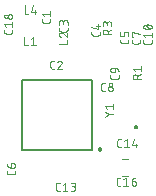
<source format=gbr>
G04 EAGLE Gerber RS-274X export*
G75*
%MOMM*%
%FSLAX34Y34*%
%LPD*%
%INSilkscreen Top*%
%IPPOS*%
%AMOC8*
5,1,8,0,0,1.08239X$1,22.5*%
G01*
%ADD10C,0.304800*%
%ADD11C,0.076200*%
%ADD12C,0.120000*%
%ADD13C,0.050800*%
%ADD14C,0.203200*%
%ADD15C,0.200000*%


D10*
X108646Y44420D02*
X108110Y44420D01*
X108110Y44956D01*
X108646Y44956D01*
X108646Y44420D01*
D11*
X66124Y153711D02*
X66124Y155235D01*
X66124Y153711D02*
X66122Y153634D01*
X66116Y153557D01*
X66106Y153480D01*
X66093Y153404D01*
X66075Y153329D01*
X66054Y153255D01*
X66029Y153182D01*
X66000Y153110D01*
X65968Y153040D01*
X65933Y152971D01*
X65893Y152905D01*
X65851Y152840D01*
X65805Y152778D01*
X65756Y152718D01*
X65705Y152661D01*
X65650Y152606D01*
X65593Y152555D01*
X65533Y152506D01*
X65471Y152460D01*
X65406Y152418D01*
X65340Y152378D01*
X65271Y152343D01*
X65201Y152311D01*
X65129Y152282D01*
X65056Y152257D01*
X64982Y152236D01*
X64907Y152218D01*
X64831Y152205D01*
X64754Y152195D01*
X64677Y152189D01*
X64600Y152187D01*
X60790Y152187D01*
X60713Y152189D01*
X60636Y152195D01*
X60559Y152205D01*
X60483Y152218D01*
X60408Y152236D01*
X60334Y152257D01*
X60261Y152282D01*
X60189Y152311D01*
X60119Y152343D01*
X60050Y152378D01*
X59984Y152418D01*
X59919Y152460D01*
X59857Y152506D01*
X59797Y152555D01*
X59740Y152606D01*
X59685Y152661D01*
X59634Y152718D01*
X59585Y152778D01*
X59539Y152840D01*
X59497Y152905D01*
X59457Y152971D01*
X59422Y153040D01*
X59390Y153110D01*
X59361Y153182D01*
X59336Y153255D01*
X59315Y153329D01*
X59297Y153404D01*
X59284Y153480D01*
X59274Y153557D01*
X59268Y153634D01*
X59266Y153711D01*
X59266Y155235D01*
X60790Y157925D02*
X59266Y159830D01*
X66124Y159830D01*
X66124Y157925D02*
X66124Y161735D01*
X68050Y113284D02*
X69574Y113284D01*
X68050Y113284D02*
X67973Y113286D01*
X67896Y113292D01*
X67819Y113302D01*
X67743Y113315D01*
X67668Y113333D01*
X67594Y113354D01*
X67521Y113379D01*
X67449Y113408D01*
X67379Y113440D01*
X67310Y113475D01*
X67244Y113515D01*
X67179Y113557D01*
X67117Y113603D01*
X67057Y113652D01*
X67000Y113703D01*
X66945Y113758D01*
X66894Y113815D01*
X66845Y113875D01*
X66799Y113937D01*
X66757Y114002D01*
X66717Y114068D01*
X66682Y114137D01*
X66650Y114207D01*
X66621Y114279D01*
X66596Y114352D01*
X66575Y114426D01*
X66557Y114501D01*
X66544Y114577D01*
X66534Y114654D01*
X66528Y114731D01*
X66526Y114808D01*
X66526Y118618D01*
X66528Y118695D01*
X66534Y118772D01*
X66544Y118849D01*
X66557Y118925D01*
X66575Y119000D01*
X66596Y119074D01*
X66621Y119147D01*
X66650Y119219D01*
X66682Y119289D01*
X66717Y119358D01*
X66757Y119424D01*
X66799Y119489D01*
X66845Y119551D01*
X66894Y119611D01*
X66945Y119668D01*
X67000Y119723D01*
X67057Y119774D01*
X67117Y119823D01*
X67179Y119869D01*
X67244Y119911D01*
X67310Y119951D01*
X67379Y119986D01*
X67449Y120018D01*
X67521Y120047D01*
X67594Y120072D01*
X67668Y120093D01*
X67743Y120111D01*
X67819Y120124D01*
X67896Y120134D01*
X67973Y120140D01*
X68050Y120142D01*
X69574Y120142D01*
X74359Y120143D02*
X74441Y120141D01*
X74522Y120135D01*
X74603Y120126D01*
X74684Y120112D01*
X74763Y120095D01*
X74842Y120074D01*
X74920Y120049D01*
X74996Y120020D01*
X75071Y119988D01*
X75145Y119952D01*
X75217Y119913D01*
X75286Y119871D01*
X75354Y119825D01*
X75419Y119776D01*
X75482Y119724D01*
X75542Y119669D01*
X75600Y119611D01*
X75655Y119551D01*
X75707Y119488D01*
X75756Y119423D01*
X75802Y119355D01*
X75844Y119286D01*
X75883Y119214D01*
X75919Y119140D01*
X75951Y119065D01*
X75980Y118989D01*
X76005Y118911D01*
X76026Y118832D01*
X76043Y118753D01*
X76057Y118672D01*
X76066Y118591D01*
X76072Y118510D01*
X76074Y118428D01*
X74359Y120142D02*
X74267Y120140D01*
X74175Y120134D01*
X74083Y120125D01*
X73991Y120111D01*
X73901Y120094D01*
X73811Y120073D01*
X73722Y120048D01*
X73634Y120019D01*
X73547Y119987D01*
X73462Y119951D01*
X73379Y119912D01*
X73297Y119869D01*
X73217Y119823D01*
X73139Y119773D01*
X73063Y119721D01*
X72990Y119665D01*
X72919Y119606D01*
X72850Y119544D01*
X72784Y119479D01*
X72721Y119412D01*
X72661Y119342D01*
X72603Y119270D01*
X72549Y119195D01*
X72498Y119118D01*
X72450Y119039D01*
X72406Y118958D01*
X72365Y118875D01*
X72327Y118791D01*
X72293Y118705D01*
X72263Y118618D01*
X75502Y117094D02*
X75561Y117153D01*
X75617Y117214D01*
X75670Y117277D01*
X75721Y117343D01*
X75768Y117411D01*
X75812Y117481D01*
X75853Y117553D01*
X75891Y117627D01*
X75925Y117702D01*
X75956Y117779D01*
X75983Y117857D01*
X76007Y117937D01*
X76028Y118017D01*
X76044Y118098D01*
X76057Y118180D01*
X76067Y118262D01*
X76072Y118345D01*
X76074Y118428D01*
X75502Y117094D02*
X72263Y113284D01*
X76073Y113284D01*
X132468Y136360D02*
X132468Y137884D01*
X132468Y136360D02*
X132466Y136283D01*
X132460Y136206D01*
X132450Y136129D01*
X132437Y136053D01*
X132419Y135978D01*
X132398Y135904D01*
X132373Y135831D01*
X132344Y135759D01*
X132312Y135689D01*
X132277Y135620D01*
X132237Y135554D01*
X132195Y135489D01*
X132149Y135427D01*
X132100Y135367D01*
X132049Y135310D01*
X131994Y135255D01*
X131937Y135204D01*
X131877Y135155D01*
X131815Y135109D01*
X131750Y135067D01*
X131684Y135027D01*
X131615Y134992D01*
X131545Y134960D01*
X131473Y134931D01*
X131400Y134906D01*
X131326Y134885D01*
X131251Y134867D01*
X131175Y134854D01*
X131098Y134844D01*
X131021Y134838D01*
X130944Y134836D01*
X127134Y134836D01*
X127057Y134838D01*
X126980Y134844D01*
X126903Y134854D01*
X126827Y134867D01*
X126752Y134885D01*
X126678Y134906D01*
X126605Y134931D01*
X126533Y134960D01*
X126463Y134992D01*
X126394Y135027D01*
X126328Y135067D01*
X126263Y135109D01*
X126201Y135155D01*
X126141Y135204D01*
X126084Y135255D01*
X126029Y135310D01*
X125978Y135367D01*
X125929Y135427D01*
X125883Y135489D01*
X125841Y135554D01*
X125801Y135620D01*
X125766Y135689D01*
X125734Y135759D01*
X125705Y135831D01*
X125680Y135904D01*
X125659Y135978D01*
X125641Y136053D01*
X125628Y136129D01*
X125618Y136206D01*
X125612Y136283D01*
X125610Y136360D01*
X125610Y137884D01*
X132468Y140573D02*
X132468Y142859D01*
X132466Y142936D01*
X132460Y143013D01*
X132450Y143090D01*
X132437Y143166D01*
X132419Y143241D01*
X132398Y143315D01*
X132373Y143388D01*
X132344Y143460D01*
X132312Y143530D01*
X132277Y143599D01*
X132237Y143665D01*
X132195Y143730D01*
X132149Y143792D01*
X132100Y143852D01*
X132049Y143909D01*
X131994Y143964D01*
X131937Y144015D01*
X131877Y144064D01*
X131815Y144110D01*
X131750Y144152D01*
X131684Y144192D01*
X131615Y144227D01*
X131545Y144259D01*
X131473Y144288D01*
X131400Y144313D01*
X131326Y144334D01*
X131251Y144352D01*
X131175Y144365D01*
X131098Y144375D01*
X131021Y144381D01*
X130944Y144383D01*
X130182Y144383D01*
X130105Y144381D01*
X130028Y144375D01*
X129951Y144365D01*
X129875Y144352D01*
X129800Y144334D01*
X129726Y144313D01*
X129653Y144288D01*
X129581Y144259D01*
X129511Y144227D01*
X129442Y144192D01*
X129376Y144152D01*
X129311Y144110D01*
X129249Y144064D01*
X129189Y144015D01*
X129132Y143964D01*
X129077Y143909D01*
X129026Y143852D01*
X128977Y143792D01*
X128931Y143730D01*
X128889Y143665D01*
X128849Y143599D01*
X128814Y143530D01*
X128782Y143460D01*
X128753Y143388D01*
X128728Y143315D01*
X128707Y143241D01*
X128689Y143166D01*
X128676Y143090D01*
X128666Y143013D01*
X128660Y142936D01*
X128658Y142859D01*
X128658Y140573D01*
X125610Y140573D01*
X125610Y144383D01*
X36685Y26793D02*
X36685Y25269D01*
X36683Y25192D01*
X36677Y25115D01*
X36667Y25038D01*
X36654Y24962D01*
X36636Y24887D01*
X36615Y24813D01*
X36590Y24740D01*
X36561Y24668D01*
X36529Y24598D01*
X36494Y24529D01*
X36454Y24463D01*
X36412Y24398D01*
X36366Y24336D01*
X36317Y24276D01*
X36266Y24219D01*
X36211Y24164D01*
X36154Y24113D01*
X36094Y24064D01*
X36032Y24018D01*
X35967Y23976D01*
X35901Y23936D01*
X35832Y23901D01*
X35762Y23869D01*
X35690Y23840D01*
X35617Y23815D01*
X35543Y23794D01*
X35468Y23776D01*
X35392Y23763D01*
X35315Y23753D01*
X35238Y23747D01*
X35161Y23745D01*
X31351Y23745D01*
X31274Y23747D01*
X31197Y23753D01*
X31120Y23763D01*
X31044Y23776D01*
X30969Y23794D01*
X30895Y23815D01*
X30822Y23840D01*
X30750Y23869D01*
X30680Y23901D01*
X30611Y23936D01*
X30545Y23976D01*
X30480Y24018D01*
X30418Y24064D01*
X30358Y24113D01*
X30301Y24164D01*
X30246Y24219D01*
X30195Y24276D01*
X30146Y24336D01*
X30100Y24398D01*
X30058Y24463D01*
X30018Y24529D01*
X29983Y24598D01*
X29951Y24668D01*
X29922Y24740D01*
X29897Y24813D01*
X29876Y24887D01*
X29858Y24962D01*
X29845Y25038D01*
X29835Y25115D01*
X29829Y25192D01*
X29827Y25269D01*
X29827Y26793D01*
X32875Y29482D02*
X32875Y31768D01*
X32877Y31845D01*
X32883Y31922D01*
X32893Y31999D01*
X32906Y32075D01*
X32924Y32150D01*
X32945Y32224D01*
X32970Y32297D01*
X32999Y32369D01*
X33031Y32439D01*
X33066Y32508D01*
X33106Y32574D01*
X33148Y32639D01*
X33194Y32701D01*
X33243Y32761D01*
X33294Y32818D01*
X33349Y32873D01*
X33406Y32924D01*
X33466Y32973D01*
X33528Y33019D01*
X33593Y33061D01*
X33659Y33101D01*
X33728Y33136D01*
X33798Y33168D01*
X33870Y33197D01*
X33943Y33222D01*
X34017Y33243D01*
X34092Y33261D01*
X34168Y33274D01*
X34245Y33284D01*
X34322Y33290D01*
X34399Y33292D01*
X34780Y33292D01*
X34865Y33290D01*
X34951Y33284D01*
X35036Y33275D01*
X35120Y33261D01*
X35204Y33244D01*
X35287Y33223D01*
X35369Y33199D01*
X35449Y33171D01*
X35529Y33139D01*
X35607Y33103D01*
X35683Y33065D01*
X35757Y33022D01*
X35829Y32977D01*
X35900Y32928D01*
X35968Y32876D01*
X36033Y32822D01*
X36096Y32764D01*
X36157Y32703D01*
X36215Y32640D01*
X36269Y32575D01*
X36321Y32507D01*
X36370Y32436D01*
X36415Y32364D01*
X36458Y32290D01*
X36496Y32214D01*
X36532Y32136D01*
X36564Y32056D01*
X36592Y31976D01*
X36616Y31894D01*
X36637Y31811D01*
X36654Y31727D01*
X36668Y31643D01*
X36677Y31558D01*
X36683Y31472D01*
X36685Y31387D01*
X36683Y31302D01*
X36677Y31216D01*
X36668Y31131D01*
X36654Y31047D01*
X36637Y30963D01*
X36616Y30880D01*
X36592Y30798D01*
X36564Y30718D01*
X36532Y30638D01*
X36496Y30560D01*
X36458Y30484D01*
X36415Y30410D01*
X36370Y30338D01*
X36321Y30267D01*
X36269Y30199D01*
X36215Y30134D01*
X36157Y30071D01*
X36096Y30010D01*
X36033Y29952D01*
X35968Y29898D01*
X35900Y29846D01*
X35829Y29797D01*
X35757Y29752D01*
X35683Y29709D01*
X35607Y29671D01*
X35529Y29635D01*
X35449Y29603D01*
X35369Y29575D01*
X35287Y29551D01*
X35204Y29530D01*
X35120Y29513D01*
X35036Y29499D01*
X34951Y29490D01*
X34865Y29484D01*
X34780Y29482D01*
X32875Y29482D01*
X32766Y29484D01*
X32658Y29490D01*
X32549Y29499D01*
X32441Y29513D01*
X32334Y29530D01*
X32227Y29552D01*
X32121Y29577D01*
X32016Y29605D01*
X31912Y29638D01*
X31810Y29674D01*
X31709Y29714D01*
X31609Y29757D01*
X31511Y29804D01*
X31414Y29855D01*
X31320Y29909D01*
X31227Y29966D01*
X31137Y30026D01*
X31048Y30090D01*
X30962Y30157D01*
X30879Y30226D01*
X30798Y30299D01*
X30720Y30375D01*
X30644Y30453D01*
X30571Y30534D01*
X30502Y30617D01*
X30435Y30703D01*
X30371Y30792D01*
X30311Y30882D01*
X30254Y30975D01*
X30200Y31069D01*
X30149Y31166D01*
X30102Y31264D01*
X30059Y31364D01*
X30019Y31465D01*
X29983Y31567D01*
X29950Y31671D01*
X29922Y31776D01*
X29897Y31882D01*
X29875Y31989D01*
X29858Y32096D01*
X29844Y32204D01*
X29835Y32313D01*
X29829Y32421D01*
X29827Y32530D01*
X142347Y136096D02*
X142347Y137620D01*
X142347Y136096D02*
X142345Y136019D01*
X142339Y135942D01*
X142329Y135865D01*
X142316Y135789D01*
X142298Y135714D01*
X142277Y135640D01*
X142252Y135567D01*
X142223Y135495D01*
X142191Y135425D01*
X142156Y135356D01*
X142116Y135290D01*
X142074Y135225D01*
X142028Y135163D01*
X141979Y135103D01*
X141928Y135046D01*
X141873Y134991D01*
X141816Y134940D01*
X141756Y134891D01*
X141694Y134845D01*
X141629Y134803D01*
X141563Y134763D01*
X141494Y134728D01*
X141424Y134696D01*
X141352Y134667D01*
X141279Y134642D01*
X141205Y134621D01*
X141130Y134603D01*
X141054Y134590D01*
X140977Y134580D01*
X140900Y134574D01*
X140823Y134572D01*
X137013Y134572D01*
X136936Y134574D01*
X136859Y134580D01*
X136782Y134590D01*
X136706Y134603D01*
X136631Y134621D01*
X136557Y134642D01*
X136484Y134667D01*
X136412Y134696D01*
X136342Y134728D01*
X136273Y134763D01*
X136207Y134803D01*
X136142Y134845D01*
X136080Y134891D01*
X136020Y134940D01*
X135963Y134991D01*
X135908Y135046D01*
X135857Y135103D01*
X135808Y135163D01*
X135762Y135225D01*
X135720Y135290D01*
X135680Y135356D01*
X135645Y135425D01*
X135613Y135495D01*
X135584Y135567D01*
X135559Y135640D01*
X135538Y135714D01*
X135520Y135789D01*
X135507Y135865D01*
X135497Y135942D01*
X135491Y136019D01*
X135489Y136096D01*
X135489Y137620D01*
X135489Y140309D02*
X136251Y140309D01*
X135489Y140309D02*
X135489Y144119D01*
X142347Y142214D01*
X74239Y9803D02*
X72715Y9803D01*
X72638Y9805D01*
X72561Y9811D01*
X72484Y9821D01*
X72408Y9834D01*
X72333Y9852D01*
X72259Y9873D01*
X72186Y9898D01*
X72114Y9927D01*
X72044Y9959D01*
X71975Y9994D01*
X71909Y10034D01*
X71844Y10076D01*
X71782Y10122D01*
X71722Y10171D01*
X71665Y10222D01*
X71610Y10277D01*
X71559Y10334D01*
X71510Y10394D01*
X71464Y10456D01*
X71422Y10521D01*
X71382Y10587D01*
X71347Y10656D01*
X71315Y10726D01*
X71286Y10798D01*
X71261Y10871D01*
X71240Y10945D01*
X71222Y11020D01*
X71209Y11096D01*
X71199Y11173D01*
X71193Y11250D01*
X71191Y11327D01*
X71191Y15137D01*
X71193Y15214D01*
X71199Y15291D01*
X71209Y15368D01*
X71222Y15444D01*
X71240Y15519D01*
X71261Y15593D01*
X71286Y15666D01*
X71315Y15738D01*
X71347Y15808D01*
X71382Y15877D01*
X71422Y15943D01*
X71464Y16008D01*
X71510Y16070D01*
X71559Y16130D01*
X71610Y16187D01*
X71665Y16242D01*
X71722Y16293D01*
X71782Y16342D01*
X71844Y16388D01*
X71909Y16430D01*
X71975Y16470D01*
X72044Y16505D01*
X72114Y16537D01*
X72186Y16566D01*
X72259Y16591D01*
X72333Y16612D01*
X72408Y16630D01*
X72484Y16643D01*
X72561Y16653D01*
X72638Y16659D01*
X72715Y16661D01*
X74239Y16661D01*
X76928Y15137D02*
X78833Y16661D01*
X78833Y9803D01*
X76928Y9803D02*
X80738Y9803D01*
X83786Y9803D02*
X85691Y9803D01*
X85776Y9805D01*
X85862Y9811D01*
X85947Y9820D01*
X86031Y9834D01*
X86115Y9851D01*
X86198Y9872D01*
X86280Y9896D01*
X86360Y9924D01*
X86440Y9956D01*
X86518Y9992D01*
X86594Y10030D01*
X86668Y10073D01*
X86740Y10118D01*
X86811Y10167D01*
X86879Y10219D01*
X86944Y10273D01*
X87007Y10331D01*
X87068Y10392D01*
X87126Y10455D01*
X87180Y10520D01*
X87232Y10588D01*
X87281Y10659D01*
X87326Y10731D01*
X87369Y10805D01*
X87407Y10881D01*
X87443Y10959D01*
X87475Y11039D01*
X87503Y11119D01*
X87527Y11201D01*
X87548Y11284D01*
X87565Y11368D01*
X87579Y11452D01*
X87588Y11537D01*
X87594Y11623D01*
X87596Y11708D01*
X87594Y11793D01*
X87588Y11879D01*
X87579Y11964D01*
X87565Y12048D01*
X87548Y12132D01*
X87527Y12215D01*
X87503Y12297D01*
X87475Y12377D01*
X87443Y12457D01*
X87407Y12535D01*
X87369Y12611D01*
X87326Y12685D01*
X87281Y12757D01*
X87232Y12828D01*
X87180Y12896D01*
X87126Y12961D01*
X87068Y13024D01*
X87007Y13085D01*
X86944Y13143D01*
X86879Y13197D01*
X86811Y13249D01*
X86740Y13298D01*
X86668Y13343D01*
X86594Y13386D01*
X86518Y13424D01*
X86440Y13460D01*
X86360Y13492D01*
X86280Y13520D01*
X86198Y13544D01*
X86115Y13565D01*
X86031Y13582D01*
X85947Y13596D01*
X85862Y13605D01*
X85776Y13611D01*
X85691Y13613D01*
X86072Y16661D02*
X83786Y16661D01*
X86072Y16661D02*
X86149Y16659D01*
X86226Y16653D01*
X86303Y16643D01*
X86379Y16630D01*
X86454Y16612D01*
X86528Y16591D01*
X86601Y16566D01*
X86673Y16537D01*
X86743Y16505D01*
X86812Y16470D01*
X86878Y16430D01*
X86943Y16388D01*
X87005Y16342D01*
X87065Y16293D01*
X87122Y16242D01*
X87177Y16187D01*
X87228Y16130D01*
X87277Y16070D01*
X87323Y16008D01*
X87365Y15943D01*
X87405Y15877D01*
X87440Y15808D01*
X87472Y15738D01*
X87501Y15666D01*
X87526Y15593D01*
X87547Y15519D01*
X87565Y15444D01*
X87578Y15368D01*
X87588Y15291D01*
X87594Y15214D01*
X87596Y15137D01*
X87594Y15060D01*
X87588Y14983D01*
X87578Y14906D01*
X87565Y14830D01*
X87547Y14755D01*
X87526Y14681D01*
X87501Y14608D01*
X87472Y14536D01*
X87440Y14466D01*
X87405Y14397D01*
X87365Y14331D01*
X87323Y14266D01*
X87277Y14204D01*
X87228Y14144D01*
X87177Y14087D01*
X87122Y14032D01*
X87065Y13981D01*
X87005Y13932D01*
X86943Y13886D01*
X86878Y13844D01*
X86812Y13804D01*
X86743Y13769D01*
X86673Y13737D01*
X86601Y13708D01*
X86528Y13683D01*
X86454Y13662D01*
X86379Y13644D01*
X86303Y13631D01*
X86226Y13621D01*
X86149Y13615D01*
X86072Y13613D01*
X84548Y13613D01*
D12*
X126830Y36728D02*
X131930Y36728D01*
X131930Y22728D02*
X126830Y22728D01*
D11*
X125697Y14107D02*
X124173Y14107D01*
X124096Y14109D01*
X124019Y14115D01*
X123942Y14125D01*
X123866Y14138D01*
X123791Y14156D01*
X123717Y14177D01*
X123644Y14202D01*
X123572Y14231D01*
X123502Y14263D01*
X123433Y14298D01*
X123367Y14338D01*
X123302Y14380D01*
X123240Y14426D01*
X123180Y14475D01*
X123123Y14526D01*
X123068Y14581D01*
X123017Y14638D01*
X122968Y14698D01*
X122922Y14760D01*
X122880Y14825D01*
X122840Y14891D01*
X122805Y14960D01*
X122773Y15030D01*
X122744Y15102D01*
X122719Y15175D01*
X122698Y15249D01*
X122680Y15324D01*
X122667Y15400D01*
X122657Y15477D01*
X122651Y15554D01*
X122649Y15631D01*
X122649Y19441D01*
X122651Y19518D01*
X122657Y19595D01*
X122667Y19672D01*
X122680Y19748D01*
X122698Y19823D01*
X122719Y19897D01*
X122744Y19970D01*
X122773Y20042D01*
X122805Y20112D01*
X122840Y20181D01*
X122880Y20247D01*
X122922Y20312D01*
X122968Y20374D01*
X123017Y20434D01*
X123068Y20491D01*
X123123Y20546D01*
X123180Y20597D01*
X123240Y20646D01*
X123302Y20692D01*
X123367Y20734D01*
X123433Y20774D01*
X123502Y20809D01*
X123572Y20841D01*
X123644Y20870D01*
X123717Y20895D01*
X123791Y20916D01*
X123866Y20934D01*
X123942Y20947D01*
X124019Y20957D01*
X124096Y20963D01*
X124173Y20965D01*
X125697Y20965D01*
X128386Y19441D02*
X130291Y20965D01*
X130291Y14107D01*
X128386Y14107D02*
X132196Y14107D01*
X135244Y17917D02*
X137530Y17917D01*
X137607Y17915D01*
X137684Y17909D01*
X137761Y17899D01*
X137837Y17886D01*
X137912Y17868D01*
X137986Y17847D01*
X138059Y17822D01*
X138131Y17793D01*
X138201Y17761D01*
X138270Y17726D01*
X138336Y17686D01*
X138401Y17644D01*
X138463Y17598D01*
X138523Y17549D01*
X138580Y17498D01*
X138635Y17443D01*
X138686Y17386D01*
X138735Y17326D01*
X138781Y17264D01*
X138823Y17199D01*
X138863Y17133D01*
X138898Y17064D01*
X138930Y16994D01*
X138959Y16922D01*
X138984Y16849D01*
X139005Y16775D01*
X139023Y16700D01*
X139036Y16624D01*
X139046Y16547D01*
X139052Y16470D01*
X139054Y16393D01*
X139054Y16012D01*
X139052Y15927D01*
X139046Y15841D01*
X139037Y15756D01*
X139023Y15672D01*
X139006Y15588D01*
X138985Y15505D01*
X138961Y15423D01*
X138933Y15343D01*
X138901Y15263D01*
X138865Y15185D01*
X138827Y15109D01*
X138784Y15035D01*
X138739Y14963D01*
X138690Y14892D01*
X138638Y14824D01*
X138584Y14759D01*
X138526Y14696D01*
X138465Y14635D01*
X138402Y14577D01*
X138337Y14523D01*
X138269Y14471D01*
X138198Y14422D01*
X138126Y14377D01*
X138052Y14334D01*
X137976Y14296D01*
X137898Y14260D01*
X137818Y14228D01*
X137738Y14200D01*
X137656Y14176D01*
X137573Y14155D01*
X137489Y14138D01*
X137405Y14124D01*
X137320Y14115D01*
X137234Y14109D01*
X137149Y14107D01*
X137064Y14109D01*
X136978Y14115D01*
X136893Y14124D01*
X136809Y14138D01*
X136725Y14155D01*
X136642Y14176D01*
X136560Y14200D01*
X136480Y14228D01*
X136400Y14260D01*
X136322Y14296D01*
X136246Y14334D01*
X136172Y14377D01*
X136100Y14422D01*
X136029Y14471D01*
X135961Y14523D01*
X135896Y14577D01*
X135833Y14635D01*
X135772Y14696D01*
X135714Y14759D01*
X135660Y14824D01*
X135608Y14892D01*
X135559Y14963D01*
X135514Y15035D01*
X135471Y15109D01*
X135433Y15185D01*
X135397Y15263D01*
X135365Y15343D01*
X135337Y15423D01*
X135313Y15505D01*
X135292Y15588D01*
X135275Y15672D01*
X135261Y15756D01*
X135252Y15841D01*
X135246Y15927D01*
X135244Y16012D01*
X135244Y17917D01*
X135246Y18026D01*
X135252Y18134D01*
X135261Y18243D01*
X135275Y18351D01*
X135292Y18458D01*
X135314Y18565D01*
X135339Y18671D01*
X135367Y18776D01*
X135400Y18880D01*
X135436Y18982D01*
X135476Y19083D01*
X135519Y19183D01*
X135566Y19281D01*
X135617Y19378D01*
X135671Y19472D01*
X135728Y19565D01*
X135788Y19655D01*
X135852Y19744D01*
X135919Y19830D01*
X135988Y19913D01*
X136061Y19994D01*
X136137Y20072D01*
X136215Y20148D01*
X136296Y20221D01*
X136379Y20290D01*
X136465Y20357D01*
X136554Y20421D01*
X136644Y20481D01*
X136737Y20538D01*
X136831Y20592D01*
X136928Y20643D01*
X137026Y20690D01*
X137126Y20733D01*
X137227Y20773D01*
X137329Y20809D01*
X137433Y20842D01*
X137538Y20870D01*
X137644Y20895D01*
X137751Y20917D01*
X137858Y20934D01*
X137966Y20948D01*
X138075Y20957D01*
X138183Y20963D01*
X138292Y20965D01*
X34209Y144573D02*
X34209Y146097D01*
X34209Y144573D02*
X34207Y144496D01*
X34201Y144419D01*
X34191Y144342D01*
X34178Y144266D01*
X34160Y144191D01*
X34139Y144117D01*
X34114Y144044D01*
X34085Y143972D01*
X34053Y143902D01*
X34018Y143833D01*
X33978Y143767D01*
X33936Y143702D01*
X33890Y143640D01*
X33841Y143580D01*
X33790Y143523D01*
X33735Y143468D01*
X33678Y143417D01*
X33618Y143368D01*
X33556Y143322D01*
X33491Y143280D01*
X33425Y143240D01*
X33356Y143205D01*
X33286Y143173D01*
X33214Y143144D01*
X33141Y143119D01*
X33067Y143098D01*
X32992Y143080D01*
X32916Y143067D01*
X32839Y143057D01*
X32762Y143051D01*
X32685Y143049D01*
X28875Y143049D01*
X28798Y143051D01*
X28721Y143057D01*
X28644Y143067D01*
X28568Y143080D01*
X28493Y143098D01*
X28419Y143119D01*
X28346Y143144D01*
X28274Y143173D01*
X28204Y143205D01*
X28135Y143240D01*
X28069Y143280D01*
X28004Y143322D01*
X27942Y143368D01*
X27882Y143417D01*
X27825Y143468D01*
X27770Y143523D01*
X27719Y143580D01*
X27670Y143640D01*
X27624Y143702D01*
X27582Y143767D01*
X27542Y143833D01*
X27507Y143902D01*
X27475Y143972D01*
X27446Y144044D01*
X27421Y144117D01*
X27400Y144191D01*
X27382Y144266D01*
X27369Y144342D01*
X27359Y144419D01*
X27353Y144496D01*
X27351Y144573D01*
X27351Y146097D01*
X28875Y148787D02*
X27351Y150692D01*
X34209Y150692D01*
X34209Y148787D02*
X34209Y152597D01*
X32304Y155645D02*
X32219Y155647D01*
X32133Y155653D01*
X32048Y155662D01*
X31964Y155676D01*
X31880Y155693D01*
X31797Y155714D01*
X31715Y155738D01*
X31635Y155766D01*
X31555Y155798D01*
X31477Y155834D01*
X31401Y155872D01*
X31327Y155915D01*
X31255Y155960D01*
X31184Y156009D01*
X31116Y156061D01*
X31051Y156115D01*
X30988Y156173D01*
X30927Y156234D01*
X30869Y156297D01*
X30815Y156362D01*
X30763Y156430D01*
X30714Y156501D01*
X30669Y156573D01*
X30626Y156647D01*
X30588Y156723D01*
X30552Y156801D01*
X30520Y156881D01*
X30492Y156961D01*
X30468Y157043D01*
X30447Y157126D01*
X30430Y157210D01*
X30416Y157294D01*
X30407Y157379D01*
X30401Y157465D01*
X30399Y157550D01*
X30401Y157635D01*
X30407Y157721D01*
X30416Y157806D01*
X30430Y157890D01*
X30447Y157974D01*
X30468Y158057D01*
X30492Y158139D01*
X30520Y158219D01*
X30552Y158299D01*
X30588Y158377D01*
X30626Y158453D01*
X30669Y158527D01*
X30714Y158599D01*
X30763Y158670D01*
X30815Y158738D01*
X30869Y158803D01*
X30927Y158866D01*
X30988Y158927D01*
X31051Y158985D01*
X31116Y159039D01*
X31184Y159091D01*
X31255Y159140D01*
X31327Y159185D01*
X31401Y159228D01*
X31477Y159266D01*
X31555Y159302D01*
X31635Y159334D01*
X31715Y159362D01*
X31797Y159386D01*
X31880Y159407D01*
X31964Y159424D01*
X32048Y159438D01*
X32133Y159447D01*
X32219Y159453D01*
X32304Y159455D01*
X32389Y159453D01*
X32475Y159447D01*
X32560Y159438D01*
X32644Y159424D01*
X32728Y159407D01*
X32811Y159386D01*
X32893Y159362D01*
X32973Y159334D01*
X33053Y159302D01*
X33131Y159266D01*
X33207Y159228D01*
X33281Y159185D01*
X33353Y159140D01*
X33424Y159091D01*
X33492Y159039D01*
X33557Y158985D01*
X33620Y158927D01*
X33681Y158866D01*
X33739Y158803D01*
X33793Y158738D01*
X33845Y158670D01*
X33894Y158599D01*
X33939Y158527D01*
X33982Y158453D01*
X34020Y158377D01*
X34056Y158299D01*
X34088Y158219D01*
X34116Y158139D01*
X34140Y158057D01*
X34161Y157974D01*
X34178Y157890D01*
X34192Y157806D01*
X34201Y157721D01*
X34207Y157635D01*
X34209Y157550D01*
X34207Y157465D01*
X34201Y157379D01*
X34192Y157294D01*
X34178Y157210D01*
X34161Y157126D01*
X34140Y157043D01*
X34116Y156961D01*
X34088Y156881D01*
X34056Y156801D01*
X34020Y156723D01*
X33982Y156647D01*
X33939Y156573D01*
X33894Y156501D01*
X33845Y156430D01*
X33793Y156362D01*
X33739Y156297D01*
X33681Y156234D01*
X33620Y156173D01*
X33557Y156115D01*
X33492Y156061D01*
X33424Y156009D01*
X33353Y155960D01*
X33281Y155915D01*
X33207Y155872D01*
X33131Y155834D01*
X33053Y155798D01*
X32973Y155766D01*
X32893Y155738D01*
X32811Y155714D01*
X32728Y155693D01*
X32644Y155676D01*
X32560Y155662D01*
X32475Y155653D01*
X32389Y155647D01*
X32304Y155645D01*
X28875Y156026D02*
X28798Y156028D01*
X28721Y156034D01*
X28644Y156044D01*
X28568Y156057D01*
X28493Y156075D01*
X28419Y156096D01*
X28346Y156121D01*
X28274Y156150D01*
X28204Y156182D01*
X28135Y156217D01*
X28069Y156257D01*
X28004Y156299D01*
X27942Y156345D01*
X27882Y156394D01*
X27825Y156445D01*
X27770Y156500D01*
X27719Y156557D01*
X27670Y156617D01*
X27624Y156679D01*
X27582Y156744D01*
X27542Y156810D01*
X27507Y156879D01*
X27475Y156949D01*
X27446Y157021D01*
X27421Y157094D01*
X27400Y157168D01*
X27382Y157243D01*
X27369Y157319D01*
X27359Y157396D01*
X27353Y157473D01*
X27351Y157550D01*
X27353Y157627D01*
X27359Y157704D01*
X27369Y157781D01*
X27382Y157857D01*
X27400Y157932D01*
X27421Y158006D01*
X27446Y158079D01*
X27475Y158151D01*
X27507Y158221D01*
X27542Y158290D01*
X27582Y158356D01*
X27624Y158421D01*
X27670Y158483D01*
X27719Y158543D01*
X27770Y158600D01*
X27825Y158655D01*
X27882Y158706D01*
X27942Y158755D01*
X28004Y158801D01*
X28069Y158843D01*
X28135Y158883D01*
X28204Y158918D01*
X28274Y158950D01*
X28346Y158979D01*
X28419Y159004D01*
X28493Y159025D01*
X28568Y159043D01*
X28644Y159056D01*
X28721Y159066D01*
X28798Y159072D01*
X28875Y159074D01*
X28952Y159072D01*
X29029Y159066D01*
X29106Y159056D01*
X29182Y159043D01*
X29257Y159025D01*
X29331Y159004D01*
X29404Y158979D01*
X29476Y158950D01*
X29546Y158918D01*
X29615Y158883D01*
X29681Y158843D01*
X29746Y158801D01*
X29808Y158755D01*
X29868Y158706D01*
X29925Y158655D01*
X29980Y158600D01*
X30031Y158543D01*
X30080Y158483D01*
X30126Y158421D01*
X30168Y158356D01*
X30208Y158290D01*
X30243Y158221D01*
X30275Y158151D01*
X30304Y158079D01*
X30329Y158006D01*
X30350Y157932D01*
X30368Y157857D01*
X30381Y157781D01*
X30391Y157704D01*
X30397Y157627D01*
X30399Y157550D01*
X30397Y157473D01*
X30391Y157396D01*
X30381Y157319D01*
X30368Y157243D01*
X30350Y157168D01*
X30329Y157094D01*
X30304Y157021D01*
X30275Y156949D01*
X30243Y156879D01*
X30208Y156810D01*
X30168Y156744D01*
X30126Y156679D01*
X30080Y156617D01*
X30031Y156557D01*
X29980Y156500D01*
X29925Y156445D01*
X29868Y156394D01*
X29808Y156345D01*
X29746Y156299D01*
X29681Y156257D01*
X29615Y156217D01*
X29546Y156182D01*
X29476Y156150D01*
X29404Y156121D01*
X29331Y156096D01*
X29257Y156075D01*
X29182Y156057D01*
X29106Y156044D01*
X29029Y156034D01*
X28952Y156028D01*
X28875Y156026D01*
D13*
X44319Y140340D02*
X44319Y133228D01*
X47480Y133228D01*
X50022Y138759D02*
X51997Y140340D01*
X51997Y133228D01*
X50022Y133228D02*
X53973Y133228D01*
X81123Y146280D02*
X81123Y147861D01*
X81122Y146280D02*
X81120Y146202D01*
X81114Y146125D01*
X81105Y146048D01*
X81092Y145972D01*
X81075Y145896D01*
X81054Y145821D01*
X81030Y145748D01*
X81002Y145675D01*
X80970Y145604D01*
X80935Y145535D01*
X80897Y145468D01*
X80856Y145402D01*
X80811Y145339D01*
X80763Y145278D01*
X80713Y145219D01*
X80659Y145163D01*
X80603Y145109D01*
X80544Y145059D01*
X80483Y145011D01*
X80420Y144966D01*
X80354Y144925D01*
X80287Y144887D01*
X80218Y144852D01*
X80147Y144820D01*
X80074Y144792D01*
X80001Y144768D01*
X79926Y144747D01*
X79850Y144730D01*
X79774Y144717D01*
X79697Y144708D01*
X79620Y144702D01*
X79542Y144700D01*
X75591Y144700D01*
X75591Y144699D02*
X75513Y144701D01*
X75436Y144707D01*
X75359Y144716D01*
X75283Y144729D01*
X75207Y144746D01*
X75132Y144767D01*
X75058Y144791D01*
X74986Y144819D01*
X74915Y144851D01*
X74846Y144886D01*
X74778Y144924D01*
X74713Y144965D01*
X74649Y145010D01*
X74588Y145058D01*
X74529Y145109D01*
X74473Y145162D01*
X74420Y145218D01*
X74369Y145277D01*
X74321Y145338D01*
X74276Y145402D01*
X74235Y145467D01*
X74197Y145535D01*
X74162Y145604D01*
X74130Y145675D01*
X74102Y145747D01*
X74078Y145821D01*
X74057Y145896D01*
X74040Y145972D01*
X74027Y146048D01*
X74018Y146125D01*
X74012Y146202D01*
X74010Y146280D01*
X74011Y146280D02*
X74011Y147861D01*
X81123Y150433D02*
X81123Y152409D01*
X81121Y152496D01*
X81115Y152584D01*
X81106Y152671D01*
X81092Y152757D01*
X81075Y152843D01*
X81054Y152927D01*
X81029Y153011D01*
X81000Y153094D01*
X80968Y153175D01*
X80933Y153255D01*
X80894Y153333D01*
X80851Y153410D01*
X80805Y153484D01*
X80756Y153556D01*
X80704Y153626D01*
X80648Y153694D01*
X80590Y153759D01*
X80529Y153822D01*
X80465Y153881D01*
X80398Y153938D01*
X80330Y153992D01*
X80258Y154043D01*
X80185Y154090D01*
X80110Y154135D01*
X80032Y154176D01*
X79953Y154213D01*
X79873Y154247D01*
X79791Y154277D01*
X79708Y154304D01*
X79623Y154327D01*
X79538Y154346D01*
X79452Y154361D01*
X79365Y154373D01*
X79278Y154381D01*
X79191Y154385D01*
X79103Y154385D01*
X79016Y154381D01*
X78929Y154373D01*
X78842Y154361D01*
X78756Y154346D01*
X78671Y154327D01*
X78586Y154304D01*
X78503Y154277D01*
X78421Y154247D01*
X78341Y154213D01*
X78262Y154176D01*
X78184Y154135D01*
X78109Y154090D01*
X78036Y154043D01*
X77964Y153992D01*
X77896Y153938D01*
X77829Y153881D01*
X77765Y153822D01*
X77704Y153759D01*
X77646Y153694D01*
X77590Y153626D01*
X77538Y153556D01*
X77489Y153484D01*
X77443Y153410D01*
X77400Y153333D01*
X77361Y153255D01*
X77326Y153175D01*
X77294Y153094D01*
X77265Y153011D01*
X77240Y152927D01*
X77219Y152843D01*
X77202Y152757D01*
X77188Y152671D01*
X77179Y152584D01*
X77173Y152496D01*
X77171Y152409D01*
X74011Y152804D02*
X74011Y150433D01*
X74011Y152804D02*
X74013Y152883D01*
X74019Y152961D01*
X74029Y153039D01*
X74042Y153117D01*
X74060Y153194D01*
X74081Y153270D01*
X74106Y153344D01*
X74135Y153418D01*
X74167Y153490D01*
X74203Y153560D01*
X74243Y153628D01*
X74286Y153694D01*
X74332Y153758D01*
X74381Y153820D01*
X74433Y153879D01*
X74488Y153935D01*
X74546Y153989D01*
X74606Y154039D01*
X74669Y154087D01*
X74734Y154131D01*
X74801Y154172D01*
X74870Y154210D01*
X74941Y154244D01*
X75014Y154275D01*
X75088Y154302D01*
X75163Y154325D01*
X75239Y154344D01*
X75317Y154360D01*
X75395Y154372D01*
X75473Y154380D01*
X75552Y154384D01*
X75630Y154384D01*
X75709Y154380D01*
X75787Y154372D01*
X75865Y154360D01*
X75943Y154344D01*
X76019Y154325D01*
X76094Y154302D01*
X76168Y154275D01*
X76241Y154244D01*
X76312Y154210D01*
X76381Y154172D01*
X76448Y154131D01*
X76513Y154087D01*
X76576Y154039D01*
X76636Y153989D01*
X76694Y153935D01*
X76749Y153879D01*
X76801Y153820D01*
X76850Y153758D01*
X76896Y153694D01*
X76939Y153628D01*
X76979Y153560D01*
X77015Y153490D01*
X77047Y153418D01*
X77076Y153344D01*
X77101Y153270D01*
X77122Y153194D01*
X77140Y153117D01*
X77153Y153039D01*
X77163Y152961D01*
X77169Y152883D01*
X77171Y152804D01*
X77172Y152804D02*
X77172Y151223D01*
X108301Y144476D02*
X108301Y142895D01*
X108299Y142817D01*
X108293Y142740D01*
X108284Y142663D01*
X108271Y142587D01*
X108254Y142511D01*
X108233Y142436D01*
X108209Y142363D01*
X108181Y142290D01*
X108149Y142219D01*
X108114Y142150D01*
X108076Y142083D01*
X108035Y142017D01*
X107990Y141954D01*
X107942Y141893D01*
X107892Y141834D01*
X107838Y141778D01*
X107782Y141724D01*
X107723Y141674D01*
X107662Y141626D01*
X107599Y141581D01*
X107533Y141540D01*
X107466Y141502D01*
X107397Y141467D01*
X107326Y141435D01*
X107253Y141407D01*
X107180Y141383D01*
X107105Y141362D01*
X107029Y141345D01*
X106953Y141332D01*
X106876Y141323D01*
X106799Y141317D01*
X106721Y141315D01*
X102769Y141315D01*
X102691Y141317D01*
X102614Y141323D01*
X102537Y141332D01*
X102461Y141345D01*
X102385Y141362D01*
X102310Y141383D01*
X102236Y141407D01*
X102164Y141435D01*
X102093Y141467D01*
X102024Y141502D01*
X101956Y141540D01*
X101891Y141581D01*
X101827Y141626D01*
X101766Y141674D01*
X101707Y141725D01*
X101651Y141778D01*
X101598Y141834D01*
X101547Y141893D01*
X101499Y141954D01*
X101454Y142018D01*
X101413Y142083D01*
X101375Y142151D01*
X101340Y142220D01*
X101308Y142291D01*
X101280Y142363D01*
X101256Y142437D01*
X101235Y142512D01*
X101218Y142588D01*
X101205Y142664D01*
X101196Y142741D01*
X101190Y142818D01*
X101188Y142896D01*
X101189Y142895D02*
X101189Y144476D01*
X101189Y148629D02*
X106721Y147048D01*
X106721Y150999D01*
X105140Y149814D02*
X108301Y149814D01*
X44661Y159930D02*
X44661Y167062D01*
X44661Y159930D02*
X47831Y159930D01*
X50378Y161515D02*
X51963Y167062D01*
X50378Y161515D02*
X54341Y161515D01*
X53152Y163100D02*
X53152Y159930D01*
X73773Y134201D02*
X80885Y134201D01*
X80885Y137362D01*
X75551Y143855D02*
X75469Y143853D01*
X75387Y143847D01*
X75305Y143838D01*
X75224Y143825D01*
X75144Y143808D01*
X75064Y143787D01*
X74986Y143763D01*
X74909Y143735D01*
X74833Y143704D01*
X74758Y143669D01*
X74686Y143630D01*
X74615Y143589D01*
X74546Y143544D01*
X74480Y143496D01*
X74415Y143445D01*
X74353Y143391D01*
X74294Y143334D01*
X74237Y143275D01*
X74183Y143213D01*
X74132Y143148D01*
X74084Y143082D01*
X74039Y143013D01*
X73998Y142942D01*
X73959Y142870D01*
X73924Y142795D01*
X73893Y142719D01*
X73865Y142642D01*
X73841Y142564D01*
X73820Y142484D01*
X73803Y142404D01*
X73790Y142323D01*
X73781Y142241D01*
X73775Y142159D01*
X73773Y142077D01*
X73775Y141984D01*
X73781Y141892D01*
X73790Y141800D01*
X73803Y141708D01*
X73820Y141617D01*
X73840Y141527D01*
X73864Y141437D01*
X73892Y141349D01*
X73924Y141261D01*
X73958Y141176D01*
X73997Y141091D01*
X74038Y141009D01*
X74083Y140928D01*
X74132Y140848D01*
X74183Y140771D01*
X74237Y140696D01*
X74295Y140624D01*
X74355Y140553D01*
X74419Y140486D01*
X74484Y140421D01*
X74553Y140358D01*
X74624Y140299D01*
X74697Y140242D01*
X74773Y140188D01*
X74850Y140138D01*
X74930Y140090D01*
X75012Y140046D01*
X75095Y140006D01*
X75180Y139968D01*
X75266Y139934D01*
X75353Y139904D01*
X76934Y143262D02*
X76873Y143323D01*
X76810Y143381D01*
X76744Y143436D01*
X76676Y143489D01*
X76605Y143538D01*
X76533Y143583D01*
X76458Y143626D01*
X76382Y143665D01*
X76303Y143701D01*
X76224Y143733D01*
X76143Y143761D01*
X76060Y143786D01*
X75977Y143807D01*
X75893Y143824D01*
X75808Y143838D01*
X75723Y143847D01*
X75637Y143853D01*
X75551Y143855D01*
X76934Y143262D02*
X80885Y139904D01*
X80885Y143855D01*
X124861Y46674D02*
X126442Y46674D01*
X124861Y46675D02*
X124783Y46677D01*
X124706Y46683D01*
X124629Y46692D01*
X124553Y46705D01*
X124477Y46722D01*
X124402Y46743D01*
X124329Y46767D01*
X124256Y46795D01*
X124185Y46827D01*
X124116Y46862D01*
X124049Y46900D01*
X123983Y46941D01*
X123920Y46986D01*
X123859Y47034D01*
X123800Y47084D01*
X123744Y47138D01*
X123690Y47194D01*
X123640Y47253D01*
X123592Y47314D01*
X123547Y47377D01*
X123506Y47443D01*
X123468Y47510D01*
X123433Y47579D01*
X123401Y47650D01*
X123373Y47723D01*
X123349Y47796D01*
X123328Y47871D01*
X123311Y47947D01*
X123298Y48023D01*
X123289Y48100D01*
X123283Y48177D01*
X123281Y48255D01*
X123281Y52206D01*
X123283Y52284D01*
X123289Y52361D01*
X123298Y52438D01*
X123311Y52514D01*
X123328Y52590D01*
X123349Y52665D01*
X123373Y52738D01*
X123401Y52811D01*
X123433Y52882D01*
X123468Y52951D01*
X123506Y53018D01*
X123547Y53084D01*
X123592Y53147D01*
X123640Y53208D01*
X123690Y53267D01*
X123744Y53323D01*
X123800Y53377D01*
X123859Y53427D01*
X123920Y53475D01*
X123983Y53520D01*
X124049Y53561D01*
X124116Y53599D01*
X124185Y53634D01*
X124256Y53666D01*
X124329Y53694D01*
X124402Y53718D01*
X124477Y53739D01*
X124553Y53756D01*
X124629Y53769D01*
X124706Y53778D01*
X124783Y53784D01*
X124861Y53786D01*
X126442Y53786D01*
X129014Y52206D02*
X130990Y53786D01*
X130990Y46674D01*
X132965Y46674D02*
X129014Y46674D01*
X135872Y48255D02*
X137452Y53786D01*
X135872Y48255D02*
X139823Y48255D01*
X138638Y49835D02*
X138638Y46674D01*
X112783Y94350D02*
X111203Y94350D01*
X111203Y94351D02*
X111125Y94353D01*
X111048Y94359D01*
X110971Y94368D01*
X110895Y94381D01*
X110819Y94398D01*
X110744Y94419D01*
X110671Y94443D01*
X110598Y94471D01*
X110527Y94503D01*
X110458Y94538D01*
X110391Y94576D01*
X110325Y94617D01*
X110262Y94662D01*
X110201Y94710D01*
X110142Y94760D01*
X110086Y94814D01*
X110032Y94870D01*
X109982Y94929D01*
X109934Y94990D01*
X109889Y95053D01*
X109848Y95119D01*
X109810Y95186D01*
X109775Y95255D01*
X109743Y95326D01*
X109715Y95399D01*
X109691Y95472D01*
X109670Y95547D01*
X109653Y95623D01*
X109640Y95699D01*
X109631Y95776D01*
X109625Y95853D01*
X109623Y95931D01*
X109623Y99882D01*
X109625Y99960D01*
X109631Y100037D01*
X109640Y100114D01*
X109653Y100190D01*
X109670Y100266D01*
X109691Y100341D01*
X109715Y100414D01*
X109743Y100487D01*
X109775Y100558D01*
X109810Y100627D01*
X109848Y100694D01*
X109889Y100760D01*
X109934Y100823D01*
X109982Y100884D01*
X110032Y100943D01*
X110086Y100999D01*
X110142Y101053D01*
X110201Y101103D01*
X110262Y101151D01*
X110325Y101196D01*
X110391Y101237D01*
X110458Y101275D01*
X110527Y101310D01*
X110598Y101342D01*
X110671Y101370D01*
X110744Y101394D01*
X110819Y101415D01*
X110895Y101432D01*
X110971Y101445D01*
X111048Y101454D01*
X111125Y101460D01*
X111203Y101462D01*
X112783Y101462D01*
X115355Y96326D02*
X115357Y96413D01*
X115363Y96501D01*
X115372Y96588D01*
X115386Y96674D01*
X115403Y96760D01*
X115424Y96844D01*
X115449Y96928D01*
X115478Y97011D01*
X115510Y97092D01*
X115545Y97172D01*
X115584Y97250D01*
X115627Y97327D01*
X115673Y97401D01*
X115722Y97473D01*
X115774Y97543D01*
X115830Y97611D01*
X115888Y97676D01*
X115949Y97739D01*
X116013Y97798D01*
X116080Y97855D01*
X116148Y97909D01*
X116220Y97960D01*
X116293Y98007D01*
X116368Y98052D01*
X116446Y98093D01*
X116525Y98130D01*
X116605Y98164D01*
X116687Y98194D01*
X116770Y98221D01*
X116855Y98244D01*
X116940Y98263D01*
X117026Y98278D01*
X117113Y98290D01*
X117200Y98298D01*
X117287Y98302D01*
X117375Y98302D01*
X117462Y98298D01*
X117549Y98290D01*
X117636Y98278D01*
X117722Y98263D01*
X117807Y98244D01*
X117892Y98221D01*
X117975Y98194D01*
X118057Y98164D01*
X118137Y98130D01*
X118216Y98093D01*
X118294Y98052D01*
X118369Y98007D01*
X118442Y97960D01*
X118514Y97909D01*
X118582Y97855D01*
X118649Y97798D01*
X118713Y97739D01*
X118774Y97676D01*
X118832Y97611D01*
X118888Y97543D01*
X118940Y97473D01*
X118989Y97401D01*
X119035Y97327D01*
X119078Y97250D01*
X119117Y97172D01*
X119152Y97092D01*
X119184Y97011D01*
X119213Y96928D01*
X119238Y96844D01*
X119259Y96760D01*
X119276Y96674D01*
X119290Y96588D01*
X119299Y96501D01*
X119305Y96413D01*
X119307Y96326D01*
X119305Y96239D01*
X119299Y96151D01*
X119290Y96064D01*
X119276Y95978D01*
X119259Y95892D01*
X119238Y95808D01*
X119213Y95724D01*
X119184Y95641D01*
X119152Y95560D01*
X119117Y95480D01*
X119078Y95402D01*
X119035Y95325D01*
X118989Y95251D01*
X118940Y95179D01*
X118888Y95109D01*
X118832Y95041D01*
X118774Y94976D01*
X118713Y94913D01*
X118649Y94854D01*
X118582Y94797D01*
X118514Y94743D01*
X118442Y94692D01*
X118369Y94645D01*
X118294Y94600D01*
X118216Y94559D01*
X118137Y94522D01*
X118057Y94488D01*
X117975Y94458D01*
X117892Y94431D01*
X117807Y94408D01*
X117722Y94389D01*
X117636Y94374D01*
X117549Y94362D01*
X117462Y94354D01*
X117375Y94350D01*
X117287Y94350D01*
X117200Y94354D01*
X117113Y94362D01*
X117026Y94374D01*
X116940Y94389D01*
X116855Y94408D01*
X116770Y94431D01*
X116687Y94458D01*
X116605Y94488D01*
X116525Y94522D01*
X116446Y94559D01*
X116368Y94600D01*
X116293Y94645D01*
X116220Y94692D01*
X116148Y94743D01*
X116080Y94797D01*
X116013Y94854D01*
X115949Y94913D01*
X115888Y94976D01*
X115830Y95041D01*
X115774Y95109D01*
X115722Y95179D01*
X115673Y95251D01*
X115627Y95325D01*
X115584Y95402D01*
X115545Y95480D01*
X115510Y95560D01*
X115478Y95641D01*
X115449Y95724D01*
X115424Y95808D01*
X115403Y95892D01*
X115386Y95978D01*
X115372Y96064D01*
X115363Y96151D01*
X115357Y96239D01*
X115355Y96326D01*
X115751Y99882D02*
X115753Y99961D01*
X115759Y100039D01*
X115769Y100117D01*
X115782Y100195D01*
X115800Y100272D01*
X115821Y100348D01*
X115846Y100422D01*
X115875Y100496D01*
X115907Y100568D01*
X115943Y100638D01*
X115983Y100706D01*
X116026Y100772D01*
X116072Y100836D01*
X116121Y100898D01*
X116173Y100957D01*
X116228Y101013D01*
X116286Y101067D01*
X116346Y101117D01*
X116409Y101165D01*
X116474Y101209D01*
X116541Y101250D01*
X116610Y101288D01*
X116681Y101322D01*
X116754Y101353D01*
X116828Y101380D01*
X116903Y101403D01*
X116979Y101422D01*
X117057Y101438D01*
X117135Y101450D01*
X117213Y101458D01*
X117292Y101462D01*
X117370Y101462D01*
X117449Y101458D01*
X117527Y101450D01*
X117605Y101438D01*
X117683Y101422D01*
X117759Y101403D01*
X117834Y101380D01*
X117908Y101353D01*
X117981Y101322D01*
X118052Y101288D01*
X118121Y101250D01*
X118188Y101209D01*
X118253Y101165D01*
X118316Y101117D01*
X118376Y101067D01*
X118434Y101013D01*
X118489Y100957D01*
X118541Y100898D01*
X118590Y100836D01*
X118636Y100772D01*
X118679Y100706D01*
X118719Y100638D01*
X118755Y100568D01*
X118787Y100496D01*
X118816Y100422D01*
X118841Y100348D01*
X118862Y100272D01*
X118880Y100195D01*
X118893Y100117D01*
X118903Y100039D01*
X118909Y99961D01*
X118911Y99882D01*
X118909Y99803D01*
X118903Y99725D01*
X118893Y99647D01*
X118880Y99569D01*
X118862Y99492D01*
X118841Y99416D01*
X118816Y99342D01*
X118787Y99268D01*
X118755Y99196D01*
X118719Y99126D01*
X118679Y99058D01*
X118636Y98992D01*
X118590Y98928D01*
X118541Y98866D01*
X118489Y98807D01*
X118434Y98751D01*
X118376Y98697D01*
X118316Y98647D01*
X118253Y98599D01*
X118188Y98555D01*
X118121Y98514D01*
X118052Y98476D01*
X117981Y98442D01*
X117908Y98411D01*
X117834Y98384D01*
X117759Y98361D01*
X117683Y98342D01*
X117605Y98326D01*
X117527Y98314D01*
X117449Y98306D01*
X117370Y98302D01*
X117292Y98302D01*
X117213Y98306D01*
X117135Y98314D01*
X117057Y98326D01*
X116979Y98342D01*
X116903Y98361D01*
X116828Y98384D01*
X116754Y98411D01*
X116681Y98442D01*
X116610Y98476D01*
X116541Y98514D01*
X116474Y98555D01*
X116409Y98599D01*
X116346Y98647D01*
X116286Y98697D01*
X116228Y98751D01*
X116173Y98807D01*
X116121Y98866D01*
X116072Y98928D01*
X116026Y98992D01*
X115983Y99058D01*
X115943Y99126D01*
X115907Y99196D01*
X115875Y99268D01*
X115846Y99342D01*
X115821Y99416D01*
X115800Y99492D01*
X115782Y99569D01*
X115769Y99647D01*
X115759Y99725D01*
X115753Y99803D01*
X115751Y99882D01*
D14*
X101854Y103714D02*
X42386Y103714D01*
X42386Y44246D01*
X101854Y44246D01*
X101854Y103714D01*
D13*
X110964Y142484D02*
X118076Y142484D01*
X110964Y142484D02*
X110964Y144460D01*
X110963Y144460D02*
X110965Y144547D01*
X110971Y144635D01*
X110980Y144722D01*
X110994Y144808D01*
X111011Y144894D01*
X111032Y144978D01*
X111057Y145062D01*
X111086Y145145D01*
X111118Y145226D01*
X111153Y145306D01*
X111192Y145384D01*
X111235Y145461D01*
X111281Y145535D01*
X111330Y145607D01*
X111382Y145677D01*
X111438Y145745D01*
X111496Y145810D01*
X111557Y145873D01*
X111621Y145932D01*
X111688Y145989D01*
X111756Y146043D01*
X111828Y146094D01*
X111901Y146141D01*
X111976Y146186D01*
X112054Y146227D01*
X112133Y146264D01*
X112213Y146298D01*
X112295Y146328D01*
X112378Y146355D01*
X112463Y146378D01*
X112548Y146397D01*
X112634Y146412D01*
X112721Y146424D01*
X112808Y146432D01*
X112895Y146436D01*
X112983Y146436D01*
X113070Y146432D01*
X113157Y146424D01*
X113244Y146412D01*
X113330Y146397D01*
X113415Y146378D01*
X113500Y146355D01*
X113583Y146328D01*
X113665Y146298D01*
X113745Y146264D01*
X113824Y146227D01*
X113902Y146186D01*
X113977Y146141D01*
X114050Y146094D01*
X114122Y146043D01*
X114190Y145989D01*
X114257Y145932D01*
X114321Y145873D01*
X114382Y145810D01*
X114440Y145745D01*
X114496Y145677D01*
X114548Y145607D01*
X114597Y145535D01*
X114643Y145461D01*
X114686Y145384D01*
X114725Y145306D01*
X114760Y145226D01*
X114792Y145145D01*
X114821Y145062D01*
X114846Y144978D01*
X114867Y144894D01*
X114884Y144808D01*
X114898Y144722D01*
X114907Y144635D01*
X114913Y144547D01*
X114915Y144460D01*
X114915Y142484D01*
X114915Y144855D02*
X118076Y146435D01*
X118076Y149302D02*
X118076Y151277D01*
X118074Y151364D01*
X118068Y151452D01*
X118059Y151539D01*
X118045Y151625D01*
X118028Y151711D01*
X118007Y151795D01*
X117982Y151879D01*
X117953Y151962D01*
X117921Y152043D01*
X117886Y152123D01*
X117847Y152201D01*
X117804Y152278D01*
X117758Y152352D01*
X117709Y152424D01*
X117657Y152494D01*
X117601Y152562D01*
X117543Y152627D01*
X117482Y152690D01*
X117418Y152749D01*
X117351Y152806D01*
X117283Y152860D01*
X117211Y152911D01*
X117138Y152958D01*
X117063Y153003D01*
X116985Y153044D01*
X116906Y153081D01*
X116826Y153115D01*
X116744Y153145D01*
X116661Y153172D01*
X116576Y153195D01*
X116491Y153214D01*
X116405Y153229D01*
X116318Y153241D01*
X116231Y153249D01*
X116144Y153253D01*
X116056Y153253D01*
X115969Y153249D01*
X115882Y153241D01*
X115795Y153229D01*
X115709Y153214D01*
X115624Y153195D01*
X115539Y153172D01*
X115456Y153145D01*
X115374Y153115D01*
X115294Y153081D01*
X115215Y153044D01*
X115137Y153003D01*
X115062Y152958D01*
X114989Y152911D01*
X114917Y152860D01*
X114849Y152806D01*
X114782Y152749D01*
X114718Y152690D01*
X114657Y152627D01*
X114599Y152562D01*
X114543Y152494D01*
X114491Y152424D01*
X114442Y152352D01*
X114396Y152278D01*
X114353Y152201D01*
X114314Y152123D01*
X114279Y152043D01*
X114247Y151962D01*
X114218Y151879D01*
X114193Y151795D01*
X114172Y151711D01*
X114155Y151625D01*
X114141Y151539D01*
X114132Y151452D01*
X114126Y151364D01*
X114124Y151277D01*
X110964Y151672D02*
X110964Y149302D01*
X110964Y151672D02*
X110966Y151751D01*
X110972Y151829D01*
X110982Y151907D01*
X110995Y151985D01*
X111013Y152062D01*
X111034Y152138D01*
X111059Y152212D01*
X111088Y152286D01*
X111120Y152358D01*
X111156Y152428D01*
X111196Y152496D01*
X111239Y152562D01*
X111285Y152626D01*
X111334Y152688D01*
X111386Y152747D01*
X111441Y152803D01*
X111499Y152857D01*
X111559Y152907D01*
X111622Y152955D01*
X111687Y152999D01*
X111754Y153040D01*
X111823Y153078D01*
X111894Y153112D01*
X111967Y153143D01*
X112041Y153170D01*
X112116Y153193D01*
X112192Y153212D01*
X112270Y153228D01*
X112348Y153240D01*
X112426Y153248D01*
X112505Y153252D01*
X112583Y153252D01*
X112662Y153248D01*
X112740Y153240D01*
X112818Y153228D01*
X112896Y153212D01*
X112972Y153193D01*
X113047Y153170D01*
X113121Y153143D01*
X113194Y153112D01*
X113265Y153078D01*
X113334Y153040D01*
X113401Y152999D01*
X113466Y152955D01*
X113529Y152907D01*
X113589Y152857D01*
X113647Y152803D01*
X113702Y152747D01*
X113754Y152688D01*
X113803Y152626D01*
X113849Y152562D01*
X113892Y152496D01*
X113932Y152428D01*
X113968Y152358D01*
X114000Y152286D01*
X114029Y152212D01*
X114054Y152138D01*
X114075Y152062D01*
X114093Y151985D01*
X114106Y151907D01*
X114116Y151829D01*
X114122Y151751D01*
X114124Y151672D01*
X114125Y151672D02*
X114125Y150092D01*
X124206Y107523D02*
X124206Y105942D01*
X124204Y105864D01*
X124198Y105787D01*
X124189Y105710D01*
X124176Y105634D01*
X124159Y105558D01*
X124138Y105483D01*
X124114Y105410D01*
X124086Y105337D01*
X124054Y105266D01*
X124019Y105197D01*
X123981Y105130D01*
X123940Y105064D01*
X123895Y105001D01*
X123847Y104940D01*
X123797Y104881D01*
X123743Y104825D01*
X123687Y104771D01*
X123628Y104721D01*
X123567Y104673D01*
X123504Y104628D01*
X123438Y104587D01*
X123371Y104549D01*
X123302Y104514D01*
X123231Y104482D01*
X123158Y104454D01*
X123085Y104430D01*
X123010Y104409D01*
X122934Y104392D01*
X122858Y104379D01*
X122781Y104370D01*
X122704Y104364D01*
X122626Y104362D01*
X118674Y104362D01*
X118674Y104361D02*
X118596Y104363D01*
X118519Y104369D01*
X118442Y104378D01*
X118366Y104391D01*
X118290Y104408D01*
X118215Y104429D01*
X118141Y104453D01*
X118069Y104481D01*
X117998Y104513D01*
X117929Y104548D01*
X117861Y104586D01*
X117796Y104627D01*
X117732Y104672D01*
X117671Y104720D01*
X117612Y104771D01*
X117556Y104824D01*
X117503Y104880D01*
X117452Y104939D01*
X117404Y105000D01*
X117359Y105064D01*
X117318Y105129D01*
X117280Y105197D01*
X117245Y105266D01*
X117213Y105337D01*
X117185Y105409D01*
X117161Y105483D01*
X117140Y105558D01*
X117123Y105634D01*
X117110Y105710D01*
X117101Y105787D01*
X117095Y105864D01*
X117093Y105942D01*
X117094Y105942D02*
X117094Y107523D01*
X121045Y111675D02*
X121045Y114046D01*
X121045Y111675D02*
X121043Y111597D01*
X121037Y111520D01*
X121028Y111443D01*
X121015Y111367D01*
X120998Y111291D01*
X120977Y111216D01*
X120953Y111143D01*
X120925Y111070D01*
X120893Y110999D01*
X120858Y110930D01*
X120820Y110863D01*
X120779Y110797D01*
X120734Y110734D01*
X120686Y110673D01*
X120636Y110614D01*
X120582Y110558D01*
X120526Y110504D01*
X120467Y110454D01*
X120406Y110406D01*
X120343Y110361D01*
X120277Y110320D01*
X120210Y110282D01*
X120141Y110247D01*
X120070Y110215D01*
X119997Y110187D01*
X119924Y110163D01*
X119849Y110142D01*
X119773Y110125D01*
X119697Y110112D01*
X119620Y110103D01*
X119543Y110097D01*
X119465Y110095D01*
X119070Y110095D01*
X119070Y110094D02*
X118983Y110096D01*
X118895Y110102D01*
X118808Y110111D01*
X118722Y110125D01*
X118636Y110142D01*
X118552Y110163D01*
X118468Y110188D01*
X118385Y110217D01*
X118304Y110249D01*
X118224Y110284D01*
X118146Y110323D01*
X118069Y110366D01*
X117995Y110412D01*
X117923Y110461D01*
X117853Y110513D01*
X117785Y110569D01*
X117720Y110627D01*
X117657Y110688D01*
X117598Y110752D01*
X117541Y110819D01*
X117487Y110887D01*
X117436Y110959D01*
X117389Y111032D01*
X117344Y111107D01*
X117303Y111185D01*
X117266Y111264D01*
X117232Y111344D01*
X117202Y111426D01*
X117175Y111509D01*
X117152Y111594D01*
X117133Y111679D01*
X117118Y111765D01*
X117106Y111852D01*
X117098Y111939D01*
X117094Y112026D01*
X117094Y112114D01*
X117098Y112201D01*
X117106Y112288D01*
X117118Y112375D01*
X117133Y112461D01*
X117152Y112546D01*
X117175Y112631D01*
X117202Y112714D01*
X117232Y112796D01*
X117266Y112876D01*
X117303Y112955D01*
X117344Y113033D01*
X117389Y113108D01*
X117436Y113181D01*
X117487Y113253D01*
X117541Y113321D01*
X117598Y113388D01*
X117657Y113452D01*
X117720Y113513D01*
X117785Y113571D01*
X117853Y113627D01*
X117923Y113679D01*
X117995Y113728D01*
X118069Y113774D01*
X118146Y113817D01*
X118224Y113856D01*
X118304Y113891D01*
X118385Y113923D01*
X118468Y113952D01*
X118552Y113977D01*
X118636Y113998D01*
X118722Y114015D01*
X118808Y114029D01*
X118895Y114038D01*
X118983Y114044D01*
X119070Y114046D01*
X121045Y114046D01*
X121155Y114044D01*
X121266Y114038D01*
X121375Y114029D01*
X121485Y114015D01*
X121594Y113998D01*
X121702Y113977D01*
X121810Y113952D01*
X121916Y113924D01*
X122022Y113891D01*
X122126Y113855D01*
X122229Y113816D01*
X122331Y113773D01*
X122431Y113726D01*
X122529Y113676D01*
X122626Y113623D01*
X122720Y113566D01*
X122813Y113506D01*
X122903Y113442D01*
X122991Y113376D01*
X123077Y113306D01*
X123160Y113234D01*
X123241Y113159D01*
X123319Y113081D01*
X123394Y113000D01*
X123466Y112917D01*
X123536Y112831D01*
X123602Y112743D01*
X123666Y112653D01*
X123726Y112560D01*
X123783Y112466D01*
X123836Y112369D01*
X123886Y112271D01*
X123933Y112171D01*
X123976Y112069D01*
X124015Y111966D01*
X124051Y111862D01*
X124084Y111756D01*
X124112Y111650D01*
X124137Y111542D01*
X124158Y111434D01*
X124175Y111325D01*
X124189Y111215D01*
X124198Y111106D01*
X124204Y110995D01*
X124206Y110885D01*
X136144Y104394D02*
X143256Y104394D01*
X136144Y104394D02*
X136144Y106370D01*
X136146Y106457D01*
X136152Y106545D01*
X136161Y106632D01*
X136175Y106718D01*
X136192Y106804D01*
X136213Y106888D01*
X136238Y106972D01*
X136267Y107055D01*
X136299Y107136D01*
X136334Y107216D01*
X136373Y107294D01*
X136416Y107371D01*
X136462Y107445D01*
X136511Y107517D01*
X136563Y107587D01*
X136619Y107655D01*
X136677Y107720D01*
X136738Y107783D01*
X136802Y107842D01*
X136869Y107899D01*
X136937Y107953D01*
X137009Y108004D01*
X137082Y108051D01*
X137157Y108096D01*
X137235Y108137D01*
X137314Y108174D01*
X137394Y108208D01*
X137476Y108238D01*
X137559Y108265D01*
X137644Y108288D01*
X137729Y108307D01*
X137815Y108322D01*
X137902Y108334D01*
X137989Y108342D01*
X138076Y108346D01*
X138164Y108346D01*
X138251Y108342D01*
X138338Y108334D01*
X138425Y108322D01*
X138511Y108307D01*
X138596Y108288D01*
X138681Y108265D01*
X138764Y108238D01*
X138846Y108208D01*
X138926Y108174D01*
X139005Y108137D01*
X139083Y108096D01*
X139158Y108051D01*
X139231Y108004D01*
X139303Y107953D01*
X139371Y107899D01*
X139438Y107842D01*
X139502Y107783D01*
X139563Y107720D01*
X139621Y107655D01*
X139677Y107587D01*
X139729Y107517D01*
X139778Y107445D01*
X139824Y107371D01*
X139867Y107294D01*
X139906Y107216D01*
X139941Y107136D01*
X139973Y107055D01*
X140002Y106972D01*
X140027Y106888D01*
X140048Y106804D01*
X140065Y106718D01*
X140079Y106632D01*
X140088Y106545D01*
X140094Y106457D01*
X140096Y106370D01*
X140095Y106370D02*
X140095Y104394D01*
X140095Y106765D02*
X143256Y108345D01*
X137724Y111211D02*
X136144Y113187D01*
X143256Y113187D01*
X143256Y111211D02*
X143256Y115163D01*
X152264Y135748D02*
X152264Y137328D01*
X152264Y135748D02*
X152262Y135670D01*
X152256Y135593D01*
X152247Y135516D01*
X152234Y135440D01*
X152217Y135364D01*
X152196Y135289D01*
X152172Y135216D01*
X152144Y135143D01*
X152112Y135072D01*
X152077Y135003D01*
X152039Y134936D01*
X151998Y134870D01*
X151953Y134807D01*
X151905Y134746D01*
X151855Y134687D01*
X151801Y134631D01*
X151745Y134577D01*
X151686Y134527D01*
X151625Y134479D01*
X151562Y134434D01*
X151496Y134393D01*
X151429Y134355D01*
X151360Y134320D01*
X151289Y134288D01*
X151216Y134260D01*
X151143Y134236D01*
X151068Y134215D01*
X150992Y134198D01*
X150916Y134185D01*
X150839Y134176D01*
X150762Y134170D01*
X150684Y134168D01*
X150684Y134167D02*
X146733Y134167D01*
X146655Y134169D01*
X146578Y134175D01*
X146501Y134184D01*
X146425Y134197D01*
X146349Y134214D01*
X146274Y134235D01*
X146200Y134259D01*
X146128Y134287D01*
X146057Y134319D01*
X145988Y134354D01*
X145920Y134392D01*
X145855Y134433D01*
X145791Y134478D01*
X145730Y134526D01*
X145671Y134577D01*
X145615Y134630D01*
X145562Y134686D01*
X145511Y134745D01*
X145463Y134806D01*
X145418Y134870D01*
X145377Y134935D01*
X145339Y135003D01*
X145304Y135072D01*
X145272Y135143D01*
X145244Y135215D01*
X145220Y135289D01*
X145199Y135364D01*
X145182Y135440D01*
X145169Y135516D01*
X145160Y135593D01*
X145154Y135670D01*
X145152Y135748D01*
X145152Y137328D01*
X146733Y139900D02*
X145152Y141876D01*
X152264Y141876D01*
X152264Y139900D02*
X152264Y143852D01*
X148708Y146758D02*
X148560Y146760D01*
X148413Y146765D01*
X148265Y146775D01*
X148118Y146788D01*
X147971Y146804D01*
X147825Y146825D01*
X147680Y146849D01*
X147534Y146877D01*
X147390Y146908D01*
X147247Y146943D01*
X147104Y146982D01*
X146963Y147024D01*
X146822Y147070D01*
X146683Y147119D01*
X146545Y147172D01*
X146408Y147228D01*
X146273Y147288D01*
X146140Y147351D01*
X146069Y147377D01*
X146000Y147407D01*
X145932Y147441D01*
X145866Y147478D01*
X145802Y147518D01*
X145740Y147562D01*
X145681Y147608D01*
X145624Y147658D01*
X145570Y147711D01*
X145518Y147766D01*
X145470Y147824D01*
X145424Y147884D01*
X145382Y147947D01*
X145343Y148012D01*
X145307Y148078D01*
X145275Y148147D01*
X145247Y148216D01*
X145222Y148288D01*
X145201Y148360D01*
X145183Y148434D01*
X145170Y148508D01*
X145160Y148583D01*
X145154Y148658D01*
X145152Y148734D01*
X145154Y148810D01*
X145160Y148885D01*
X145170Y148960D01*
X145183Y149034D01*
X145201Y149108D01*
X145222Y149180D01*
X145247Y149252D01*
X145275Y149321D01*
X145307Y149390D01*
X145343Y149456D01*
X145382Y149521D01*
X145424Y149584D01*
X145470Y149644D01*
X145518Y149702D01*
X145570Y149757D01*
X145624Y149810D01*
X145681Y149860D01*
X145740Y149906D01*
X145802Y149950D01*
X145866Y149990D01*
X145932Y150027D01*
X146000Y150061D01*
X146069Y150091D01*
X146140Y150117D01*
X146273Y150180D01*
X146408Y150240D01*
X146545Y150296D01*
X146683Y150349D01*
X146822Y150398D01*
X146963Y150444D01*
X147104Y150486D01*
X147247Y150525D01*
X147390Y150560D01*
X147534Y150591D01*
X147680Y150619D01*
X147825Y150643D01*
X147971Y150664D01*
X148118Y150680D01*
X148265Y150693D01*
X148413Y150703D01*
X148560Y150708D01*
X148708Y150710D01*
X148708Y146758D02*
X148856Y146760D01*
X149003Y146765D01*
X149151Y146775D01*
X149298Y146788D01*
X149445Y146804D01*
X149591Y146825D01*
X149736Y146849D01*
X149882Y146877D01*
X150026Y146908D01*
X150169Y146943D01*
X150312Y146982D01*
X150453Y147024D01*
X150594Y147070D01*
X150733Y147119D01*
X150871Y147172D01*
X151008Y147228D01*
X151143Y147288D01*
X151276Y147351D01*
X151347Y147377D01*
X151416Y147407D01*
X151484Y147441D01*
X151550Y147478D01*
X151614Y147518D01*
X151676Y147562D01*
X151735Y147608D01*
X151792Y147658D01*
X151846Y147711D01*
X151898Y147766D01*
X151946Y147824D01*
X151992Y147884D01*
X152034Y147947D01*
X152073Y148012D01*
X152109Y148078D01*
X152141Y148147D01*
X152169Y148217D01*
X152194Y148288D01*
X152215Y148360D01*
X152233Y148434D01*
X152246Y148508D01*
X152256Y148583D01*
X152262Y148658D01*
X152264Y148734D01*
X151276Y150117D02*
X151143Y150180D01*
X151008Y150240D01*
X150871Y150296D01*
X150733Y150349D01*
X150594Y150398D01*
X150453Y150444D01*
X150312Y150486D01*
X150169Y150525D01*
X150026Y150560D01*
X149882Y150591D01*
X149736Y150619D01*
X149591Y150643D01*
X149445Y150664D01*
X149298Y150680D01*
X149151Y150693D01*
X149003Y150703D01*
X148856Y150708D01*
X148708Y150710D01*
X151276Y150117D02*
X151347Y150091D01*
X151416Y150061D01*
X151484Y150027D01*
X151550Y149990D01*
X151614Y149950D01*
X151676Y149906D01*
X151735Y149860D01*
X151792Y149810D01*
X151846Y149757D01*
X151898Y149702D01*
X151946Y149644D01*
X151992Y149584D01*
X152034Y149521D01*
X152073Y149456D01*
X152109Y149390D01*
X152141Y149321D01*
X152169Y149251D01*
X152194Y149180D01*
X152215Y149108D01*
X152233Y149034D01*
X152246Y148960D01*
X152256Y148885D01*
X152262Y148810D01*
X152264Y148734D01*
X150684Y147154D02*
X146733Y150314D01*
D15*
X138820Y64874D02*
X138882Y64872D01*
X138943Y64866D01*
X139004Y64857D01*
X139064Y64844D01*
X139123Y64827D01*
X139181Y64806D01*
X139238Y64782D01*
X139293Y64755D01*
X139346Y64724D01*
X139398Y64690D01*
X139447Y64653D01*
X139494Y64613D01*
X139538Y64570D01*
X139579Y64525D01*
X139618Y64477D01*
X139654Y64426D01*
X139686Y64374D01*
X139715Y64320D01*
X139741Y64264D01*
X139763Y64206D01*
X139782Y64148D01*
X139797Y64088D01*
X139808Y64027D01*
X139816Y63966D01*
X139820Y63905D01*
X139820Y63843D01*
X139816Y63782D01*
X139808Y63721D01*
X139797Y63660D01*
X139782Y63600D01*
X139763Y63542D01*
X139741Y63484D01*
X139715Y63428D01*
X139686Y63374D01*
X139654Y63322D01*
X139618Y63271D01*
X139579Y63223D01*
X139538Y63178D01*
X139494Y63135D01*
X139447Y63095D01*
X139398Y63058D01*
X139346Y63024D01*
X139293Y62993D01*
X139238Y62966D01*
X139181Y62942D01*
X139123Y62921D01*
X139064Y62904D01*
X139004Y62891D01*
X138943Y62882D01*
X138882Y62876D01*
X138820Y62874D01*
X138758Y62876D01*
X138697Y62882D01*
X138636Y62891D01*
X138576Y62904D01*
X138517Y62921D01*
X138459Y62942D01*
X138402Y62966D01*
X138347Y62993D01*
X138294Y63024D01*
X138242Y63058D01*
X138193Y63095D01*
X138146Y63135D01*
X138102Y63178D01*
X138061Y63223D01*
X138022Y63271D01*
X137986Y63322D01*
X137954Y63374D01*
X137925Y63428D01*
X137899Y63484D01*
X137877Y63542D01*
X137858Y63600D01*
X137843Y63660D01*
X137832Y63721D01*
X137824Y63782D01*
X137820Y63843D01*
X137820Y63905D01*
X137824Y63966D01*
X137832Y64027D01*
X137843Y64088D01*
X137858Y64148D01*
X137877Y64206D01*
X137899Y64264D01*
X137925Y64320D01*
X137954Y64374D01*
X137986Y64426D01*
X138022Y64477D01*
X138061Y64525D01*
X138102Y64570D01*
X138146Y64613D01*
X138193Y64653D01*
X138242Y64690D01*
X138294Y64724D01*
X138347Y64755D01*
X138402Y64782D01*
X138459Y64806D01*
X138517Y64827D01*
X138576Y64844D01*
X138636Y64857D01*
X138697Y64866D01*
X138758Y64872D01*
X138820Y64874D01*
D13*
X116112Y74609D02*
X112754Y72238D01*
X116112Y74609D02*
X112754Y76979D01*
X116112Y74609D02*
X119866Y74609D01*
X114334Y79491D02*
X112754Y81467D01*
X119866Y81467D01*
X119866Y83442D02*
X119866Y79491D01*
M02*

</source>
